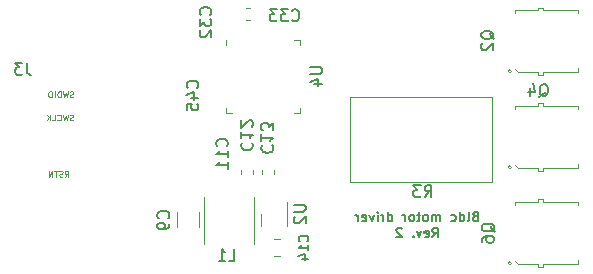
<source format=gbo>
G04 #@! TF.GenerationSoftware,KiCad,Pcbnew,5.1.6*
G04 #@! TF.CreationDate,2020-07-14T15:18:58-04:00*
G04 #@! TF.ProjectId,bldc-controller,626c6463-2d63-46f6-9e74-726f6c6c6572,rev?*
G04 #@! TF.SameCoordinates,Original*
G04 #@! TF.FileFunction,Legend,Bot*
G04 #@! TF.FilePolarity,Positive*
%FSLAX46Y46*%
G04 Gerber Fmt 4.6, Leading zero omitted, Abs format (unit mm)*
G04 Created by KiCad (PCBNEW 5.1.6) date 2020-07-14 15:18:58*
%MOMM*%
%LPD*%
G01*
G04 APERTURE LIST*
%ADD10C,0.100000*%
%ADD11C,0.152400*%
%ADD12C,0.120000*%
%ADD13C,0.150000*%
G04 APERTURE END LIST*
D10*
X30575714Y-115216190D02*
X30742380Y-114978095D01*
X30861428Y-115216190D02*
X30861428Y-114716190D01*
X30670952Y-114716190D01*
X30623333Y-114740000D01*
X30599523Y-114763809D01*
X30575714Y-114811428D01*
X30575714Y-114882857D01*
X30599523Y-114930476D01*
X30623333Y-114954285D01*
X30670952Y-114978095D01*
X30861428Y-114978095D01*
X30385238Y-115192380D02*
X30313809Y-115216190D01*
X30194761Y-115216190D01*
X30147142Y-115192380D01*
X30123333Y-115168571D01*
X30099523Y-115120952D01*
X30099523Y-115073333D01*
X30123333Y-115025714D01*
X30147142Y-115001904D01*
X30194761Y-114978095D01*
X30290000Y-114954285D01*
X30337619Y-114930476D01*
X30361428Y-114906666D01*
X30385238Y-114859047D01*
X30385238Y-114811428D01*
X30361428Y-114763809D01*
X30337619Y-114740000D01*
X30290000Y-114716190D01*
X30170952Y-114716190D01*
X30099523Y-114740000D01*
X29956666Y-114716190D02*
X29670952Y-114716190D01*
X29813809Y-115216190D02*
X29813809Y-114716190D01*
X29504285Y-115216190D02*
X29504285Y-114716190D01*
X29218571Y-115216190D01*
X29218571Y-114716190D01*
X31300952Y-110442380D02*
X31229523Y-110466190D01*
X31110476Y-110466190D01*
X31062857Y-110442380D01*
X31039047Y-110418571D01*
X31015238Y-110370952D01*
X31015238Y-110323333D01*
X31039047Y-110275714D01*
X31062857Y-110251904D01*
X31110476Y-110228095D01*
X31205714Y-110204285D01*
X31253333Y-110180476D01*
X31277142Y-110156666D01*
X31300952Y-110109047D01*
X31300952Y-110061428D01*
X31277142Y-110013809D01*
X31253333Y-109990000D01*
X31205714Y-109966190D01*
X31086666Y-109966190D01*
X31015238Y-109990000D01*
X30848571Y-109966190D02*
X30729523Y-110466190D01*
X30634285Y-110109047D01*
X30539047Y-110466190D01*
X30420000Y-109966190D01*
X29943809Y-110418571D02*
X29967619Y-110442380D01*
X30039047Y-110466190D01*
X30086666Y-110466190D01*
X30158095Y-110442380D01*
X30205714Y-110394761D01*
X30229523Y-110347142D01*
X30253333Y-110251904D01*
X30253333Y-110180476D01*
X30229523Y-110085238D01*
X30205714Y-110037619D01*
X30158095Y-109990000D01*
X30086666Y-109966190D01*
X30039047Y-109966190D01*
X29967619Y-109990000D01*
X29943809Y-110013809D01*
X29491428Y-110466190D02*
X29729523Y-110466190D01*
X29729523Y-109966190D01*
X29324761Y-110466190D02*
X29324761Y-109966190D01*
X29039047Y-110466190D02*
X29253333Y-110180476D01*
X29039047Y-109966190D02*
X29324761Y-110251904D01*
X31299523Y-108482380D02*
X31228095Y-108506190D01*
X31109047Y-108506190D01*
X31061428Y-108482380D01*
X31037619Y-108458571D01*
X31013809Y-108410952D01*
X31013809Y-108363333D01*
X31037619Y-108315714D01*
X31061428Y-108291904D01*
X31109047Y-108268095D01*
X31204285Y-108244285D01*
X31251904Y-108220476D01*
X31275714Y-108196666D01*
X31299523Y-108149047D01*
X31299523Y-108101428D01*
X31275714Y-108053809D01*
X31251904Y-108030000D01*
X31204285Y-108006190D01*
X31085238Y-108006190D01*
X31013809Y-108030000D01*
X30847142Y-108006190D02*
X30728095Y-108506190D01*
X30632857Y-108149047D01*
X30537619Y-108506190D01*
X30418571Y-108006190D01*
X30228095Y-108506190D02*
X30228095Y-108006190D01*
X30109047Y-108006190D01*
X30037619Y-108030000D01*
X29990000Y-108077619D01*
X29966190Y-108125238D01*
X29942380Y-108220476D01*
X29942380Y-108291904D01*
X29966190Y-108387142D01*
X29990000Y-108434761D01*
X30037619Y-108482380D01*
X30109047Y-108506190D01*
X30228095Y-108506190D01*
X29728095Y-108506190D02*
X29728095Y-108006190D01*
X29394761Y-108006190D02*
X29299523Y-108006190D01*
X29251904Y-108030000D01*
X29204285Y-108077619D01*
X29180476Y-108172857D01*
X29180476Y-108339523D01*
X29204285Y-108434761D01*
X29251904Y-108482380D01*
X29299523Y-108506190D01*
X29394761Y-108506190D01*
X29442380Y-108482380D01*
X29490000Y-108434761D01*
X29513809Y-108339523D01*
X29513809Y-108172857D01*
X29490000Y-108077619D01*
X29442380Y-108030000D01*
X29394761Y-108006190D01*
D11*
X65315238Y-118576657D02*
X65200952Y-118614752D01*
X65162857Y-118652847D01*
X65124761Y-118729038D01*
X65124761Y-118843323D01*
X65162857Y-118919514D01*
X65200952Y-118957609D01*
X65277142Y-118995704D01*
X65581904Y-118995704D01*
X65581904Y-118195704D01*
X65315238Y-118195704D01*
X65239047Y-118233800D01*
X65200952Y-118271895D01*
X65162857Y-118348085D01*
X65162857Y-118424276D01*
X65200952Y-118500466D01*
X65239047Y-118538561D01*
X65315238Y-118576657D01*
X65581904Y-118576657D01*
X64667619Y-118995704D02*
X64743809Y-118957609D01*
X64781904Y-118881419D01*
X64781904Y-118195704D01*
X64020000Y-118995704D02*
X64020000Y-118195704D01*
X64020000Y-118957609D02*
X64096190Y-118995704D01*
X64248571Y-118995704D01*
X64324761Y-118957609D01*
X64362857Y-118919514D01*
X64400952Y-118843323D01*
X64400952Y-118614752D01*
X64362857Y-118538561D01*
X64324761Y-118500466D01*
X64248571Y-118462371D01*
X64096190Y-118462371D01*
X64020000Y-118500466D01*
X63296190Y-118957609D02*
X63372380Y-118995704D01*
X63524761Y-118995704D01*
X63600952Y-118957609D01*
X63639047Y-118919514D01*
X63677142Y-118843323D01*
X63677142Y-118614752D01*
X63639047Y-118538561D01*
X63600952Y-118500466D01*
X63524761Y-118462371D01*
X63372380Y-118462371D01*
X63296190Y-118500466D01*
X62343809Y-118995704D02*
X62343809Y-118462371D01*
X62343809Y-118538561D02*
X62305714Y-118500466D01*
X62229523Y-118462371D01*
X62115238Y-118462371D01*
X62039047Y-118500466D01*
X62000952Y-118576657D01*
X62000952Y-118995704D01*
X62000952Y-118576657D02*
X61962857Y-118500466D01*
X61886666Y-118462371D01*
X61772380Y-118462371D01*
X61696190Y-118500466D01*
X61658095Y-118576657D01*
X61658095Y-118995704D01*
X61162857Y-118995704D02*
X61239047Y-118957609D01*
X61277142Y-118919514D01*
X61315238Y-118843323D01*
X61315238Y-118614752D01*
X61277142Y-118538561D01*
X61239047Y-118500466D01*
X61162857Y-118462371D01*
X61048571Y-118462371D01*
X60972380Y-118500466D01*
X60934285Y-118538561D01*
X60896190Y-118614752D01*
X60896190Y-118843323D01*
X60934285Y-118919514D01*
X60972380Y-118957609D01*
X61048571Y-118995704D01*
X61162857Y-118995704D01*
X60667619Y-118462371D02*
X60362857Y-118462371D01*
X60553333Y-118195704D02*
X60553333Y-118881419D01*
X60515238Y-118957609D01*
X60439047Y-118995704D01*
X60362857Y-118995704D01*
X59981904Y-118995704D02*
X60058095Y-118957609D01*
X60096190Y-118919514D01*
X60134285Y-118843323D01*
X60134285Y-118614752D01*
X60096190Y-118538561D01*
X60058095Y-118500466D01*
X59981904Y-118462371D01*
X59867619Y-118462371D01*
X59791428Y-118500466D01*
X59753333Y-118538561D01*
X59715238Y-118614752D01*
X59715238Y-118843323D01*
X59753333Y-118919514D01*
X59791428Y-118957609D01*
X59867619Y-118995704D01*
X59981904Y-118995704D01*
X59372380Y-118995704D02*
X59372380Y-118462371D01*
X59372380Y-118614752D02*
X59334285Y-118538561D01*
X59296190Y-118500466D01*
X59220000Y-118462371D01*
X59143809Y-118462371D01*
X57924761Y-118995704D02*
X57924761Y-118195704D01*
X57924761Y-118957609D02*
X58000952Y-118995704D01*
X58153333Y-118995704D01*
X58229523Y-118957609D01*
X58267619Y-118919514D01*
X58305714Y-118843323D01*
X58305714Y-118614752D01*
X58267619Y-118538561D01*
X58229523Y-118500466D01*
X58153333Y-118462371D01*
X58000952Y-118462371D01*
X57924761Y-118500466D01*
X57543809Y-118995704D02*
X57543809Y-118462371D01*
X57543809Y-118614752D02*
X57505714Y-118538561D01*
X57467619Y-118500466D01*
X57391428Y-118462371D01*
X57315238Y-118462371D01*
X57048571Y-118995704D02*
X57048571Y-118462371D01*
X57048571Y-118195704D02*
X57086666Y-118233800D01*
X57048571Y-118271895D01*
X57010476Y-118233800D01*
X57048571Y-118195704D01*
X57048571Y-118271895D01*
X56743809Y-118462371D02*
X56553333Y-118995704D01*
X56362857Y-118462371D01*
X55753333Y-118957609D02*
X55829523Y-118995704D01*
X55981904Y-118995704D01*
X56058095Y-118957609D01*
X56096190Y-118881419D01*
X56096190Y-118576657D01*
X56058095Y-118500466D01*
X55981904Y-118462371D01*
X55829523Y-118462371D01*
X55753333Y-118500466D01*
X55715238Y-118576657D01*
X55715238Y-118652847D01*
X56096190Y-118729038D01*
X55372380Y-118995704D02*
X55372380Y-118462371D01*
X55372380Y-118614752D02*
X55334285Y-118538561D01*
X55296190Y-118500466D01*
X55220000Y-118462371D01*
X55143809Y-118462371D01*
X61696190Y-120348104D02*
X61962857Y-119967152D01*
X62153333Y-120348104D02*
X62153333Y-119548104D01*
X61848571Y-119548104D01*
X61772380Y-119586200D01*
X61734285Y-119624295D01*
X61696190Y-119700485D01*
X61696190Y-119814771D01*
X61734285Y-119890961D01*
X61772380Y-119929057D01*
X61848571Y-119967152D01*
X62153333Y-119967152D01*
X61048571Y-120310009D02*
X61124761Y-120348104D01*
X61277142Y-120348104D01*
X61353333Y-120310009D01*
X61391428Y-120233819D01*
X61391428Y-119929057D01*
X61353333Y-119852866D01*
X61277142Y-119814771D01*
X61124761Y-119814771D01*
X61048571Y-119852866D01*
X61010476Y-119929057D01*
X61010476Y-120005247D01*
X61391428Y-120081438D01*
X60743809Y-119814771D02*
X60553333Y-120348104D01*
X60362857Y-119814771D01*
X60058095Y-120271914D02*
X60020000Y-120310009D01*
X60058095Y-120348104D01*
X60096190Y-120310009D01*
X60058095Y-120271914D01*
X60058095Y-120348104D01*
X59105714Y-119624295D02*
X59067619Y-119586200D01*
X58991428Y-119548104D01*
X58800952Y-119548104D01*
X58724761Y-119586200D01*
X58686666Y-119624295D01*
X58648571Y-119700485D01*
X58648571Y-119776676D01*
X58686666Y-119890961D01*
X59143809Y-120348104D01*
X58648571Y-120348104D01*
D12*
X44240000Y-109385000D02*
X44240000Y-109860000D01*
X44240000Y-109860000D02*
X44715000Y-109860000D01*
X50460000Y-104115000D02*
X50460000Y-103640000D01*
X50460000Y-103640000D02*
X49985000Y-103640000D01*
X50460000Y-109385000D02*
X50460000Y-109860000D01*
X50460000Y-109860000D02*
X49985000Y-109860000D01*
X44240000Y-104115000D02*
X44240000Y-103640000D01*
X49374000Y-117394000D02*
X49374000Y-119394000D01*
X47174000Y-118394000D02*
X47174000Y-119394000D01*
X66740000Y-108466000D02*
X54740000Y-108466000D01*
X54740000Y-108466000D02*
X54740000Y-115666000D01*
X54740000Y-115666000D02*
X66740000Y-115666000D01*
X66740000Y-115666000D02*
X66740000Y-108466000D01*
X68391421Y-122550000D02*
G75*
G03*
X68391421Y-122550000I-141421J0D01*
G01*
X74050000Y-122250000D02*
X74050000Y-122650000D01*
X70650000Y-122650000D02*
X68950000Y-122650000D01*
X68950000Y-122650000D02*
X68650000Y-122350000D01*
X70650000Y-117350000D02*
X68650000Y-117350000D01*
X68650000Y-117650000D02*
X68650000Y-117350000D01*
X74050000Y-117350000D02*
X74050000Y-117650000D01*
X71050000Y-117350000D02*
X71050000Y-117150000D01*
X71050000Y-117150000D02*
X70650000Y-117150000D01*
X70650000Y-117150000D02*
X70650000Y-117350000D01*
X71050000Y-122650000D02*
X71050000Y-122850000D01*
X71050000Y-122850000D02*
X70650000Y-122850000D01*
X70650000Y-122850000D02*
X70650000Y-122650000D01*
X71050000Y-122650000D02*
X74050000Y-122650000D01*
X71050000Y-117350000D02*
X74050000Y-117350000D01*
X68391421Y-114412000D02*
G75*
G03*
X68391421Y-114412000I-141421J0D01*
G01*
X74050000Y-114112000D02*
X74050000Y-114512000D01*
X70650000Y-114512000D02*
X68950000Y-114512000D01*
X68950000Y-114512000D02*
X68650000Y-114212000D01*
X70650000Y-109212000D02*
X68650000Y-109212000D01*
X68650000Y-109512000D02*
X68650000Y-109212000D01*
X74050000Y-109212000D02*
X74050000Y-109512000D01*
X71050000Y-109212000D02*
X71050000Y-109012000D01*
X71050000Y-109012000D02*
X70650000Y-109012000D01*
X70650000Y-109012000D02*
X70650000Y-109212000D01*
X71050000Y-114512000D02*
X71050000Y-114712000D01*
X71050000Y-114712000D02*
X70650000Y-114712000D01*
X70650000Y-114712000D02*
X70650000Y-114512000D01*
X71050000Y-114512000D02*
X74050000Y-114512000D01*
X71050000Y-109212000D02*
X74050000Y-109212000D01*
X68391421Y-106300000D02*
G75*
G03*
X68391421Y-106300000I-141421J0D01*
G01*
X74050000Y-106000000D02*
X74050000Y-106400000D01*
X70650000Y-106400000D02*
X68950000Y-106400000D01*
X68950000Y-106400000D02*
X68650000Y-106100000D01*
X70650000Y-101100000D02*
X68650000Y-101100000D01*
X68650000Y-101400000D02*
X68650000Y-101100000D01*
X74050000Y-101100000D02*
X74050000Y-101400000D01*
X71050000Y-101100000D02*
X71050000Y-100900000D01*
X71050000Y-100900000D02*
X70650000Y-100900000D01*
X70650000Y-100900000D02*
X70650000Y-101100000D01*
X71050000Y-106400000D02*
X71050000Y-106600000D01*
X71050000Y-106600000D02*
X70650000Y-106600000D01*
X70650000Y-106600000D02*
X70650000Y-106400000D01*
X71050000Y-106400000D02*
X74050000Y-106400000D01*
X71050000Y-101100000D02*
X74050000Y-101100000D01*
X42364000Y-116902000D02*
X42364000Y-120902000D01*
X46564000Y-116902000D02*
X46564000Y-120902000D01*
X45949721Y-101960000D02*
X46275279Y-101960000D01*
X45949721Y-100940000D02*
X46275279Y-100940000D01*
X48276000Y-115000779D02*
X48276000Y-114675221D01*
X47256000Y-115000779D02*
X47256000Y-114675221D01*
X46498000Y-115000779D02*
X46498000Y-114675221D01*
X45478000Y-115000779D02*
X45478000Y-114675221D01*
X48269422Y-121898000D02*
X48786578Y-121898000D01*
X48269422Y-120478000D02*
X48786578Y-120478000D01*
X41910000Y-119452064D02*
X41910000Y-118247936D01*
X40090000Y-119452064D02*
X40090000Y-118247936D01*
D13*
X27353333Y-105592380D02*
X27353333Y-106306666D01*
X27400952Y-106449523D01*
X27496190Y-106544761D01*
X27639047Y-106592380D01*
X27734285Y-106592380D01*
X26972380Y-105592380D02*
X26353333Y-105592380D01*
X26686666Y-105973333D01*
X26543809Y-105973333D01*
X26448571Y-106020952D01*
X26400952Y-106068571D01*
X26353333Y-106163809D01*
X26353333Y-106401904D01*
X26400952Y-106497142D01*
X26448571Y-106544761D01*
X26543809Y-106592380D01*
X26829523Y-106592380D01*
X26924761Y-106544761D01*
X26972380Y-106497142D01*
X51342380Y-105938095D02*
X52151904Y-105938095D01*
X52247142Y-105985714D01*
X52294761Y-106033333D01*
X52342380Y-106128571D01*
X52342380Y-106319047D01*
X52294761Y-106414285D01*
X52247142Y-106461904D01*
X52151904Y-106509523D01*
X51342380Y-106509523D01*
X51675714Y-107414285D02*
X52342380Y-107414285D01*
X51294761Y-107176190D02*
X52009047Y-106938095D01*
X52009047Y-107557142D01*
X49952380Y-117608095D02*
X50761904Y-117608095D01*
X50857142Y-117655714D01*
X50904761Y-117703333D01*
X50952380Y-117798571D01*
X50952380Y-117989047D01*
X50904761Y-118084285D01*
X50857142Y-118131904D01*
X50761904Y-118179523D01*
X49952380Y-118179523D01*
X50047619Y-118608095D02*
X50000000Y-118655714D01*
X49952380Y-118750952D01*
X49952380Y-118989047D01*
X50000000Y-119084285D01*
X50047619Y-119131904D01*
X50142857Y-119179523D01*
X50238095Y-119179523D01*
X50380952Y-119131904D01*
X50952380Y-118560476D01*
X50952380Y-119179523D01*
X61041666Y-116952380D02*
X61375000Y-116476190D01*
X61613095Y-116952380D02*
X61613095Y-115952380D01*
X61232142Y-115952380D01*
X61136904Y-116000000D01*
X61089285Y-116047619D01*
X61041666Y-116142857D01*
X61041666Y-116285714D01*
X61089285Y-116380952D01*
X61136904Y-116428571D01*
X61232142Y-116476190D01*
X61613095Y-116476190D01*
X60708333Y-115952380D02*
X60089285Y-115952380D01*
X60422619Y-116333333D01*
X60279761Y-116333333D01*
X60184523Y-116380952D01*
X60136904Y-116428571D01*
X60089285Y-116523809D01*
X60089285Y-116761904D01*
X60136904Y-116857142D01*
X60184523Y-116904761D01*
X60279761Y-116952380D01*
X60565476Y-116952380D01*
X60660714Y-116904761D01*
X60708333Y-116857142D01*
X66972619Y-119904761D02*
X66925000Y-119809523D01*
X66829761Y-119714285D01*
X66686904Y-119571428D01*
X66639285Y-119476190D01*
X66639285Y-119380952D01*
X66877380Y-119428571D02*
X66829761Y-119333333D01*
X66734523Y-119238095D01*
X66544047Y-119190476D01*
X66210714Y-119190476D01*
X66020238Y-119238095D01*
X65925000Y-119333333D01*
X65877380Y-119428571D01*
X65877380Y-119619047D01*
X65925000Y-119714285D01*
X66020238Y-119809523D01*
X66210714Y-119857142D01*
X66544047Y-119857142D01*
X66734523Y-119809523D01*
X66829761Y-119714285D01*
X66877380Y-119619047D01*
X66877380Y-119428571D01*
X65877380Y-120714285D02*
X65877380Y-120523809D01*
X65925000Y-120428571D01*
X65972619Y-120380952D01*
X66115476Y-120285714D01*
X66305952Y-120238095D01*
X66686904Y-120238095D01*
X66782142Y-120285714D01*
X66829761Y-120333333D01*
X66877380Y-120428571D01*
X66877380Y-120619047D01*
X66829761Y-120714285D01*
X66782142Y-120761904D01*
X66686904Y-120809523D01*
X66448809Y-120809523D01*
X66353571Y-120761904D01*
X66305952Y-120714285D01*
X66258333Y-120619047D01*
X66258333Y-120428571D01*
X66305952Y-120333333D01*
X66353571Y-120285714D01*
X66448809Y-120238095D01*
X70745238Y-108472619D02*
X70840476Y-108425000D01*
X70935714Y-108329761D01*
X71078571Y-108186904D01*
X71173809Y-108139285D01*
X71269047Y-108139285D01*
X71221428Y-108377380D02*
X71316666Y-108329761D01*
X71411904Y-108234523D01*
X71459523Y-108044047D01*
X71459523Y-107710714D01*
X71411904Y-107520238D01*
X71316666Y-107425000D01*
X71221428Y-107377380D01*
X71030952Y-107377380D01*
X70935714Y-107425000D01*
X70840476Y-107520238D01*
X70792857Y-107710714D01*
X70792857Y-108044047D01*
X70840476Y-108234523D01*
X70935714Y-108329761D01*
X71030952Y-108377380D01*
X71221428Y-108377380D01*
X69935714Y-107710714D02*
X69935714Y-108377380D01*
X70173809Y-107329761D02*
X70411904Y-108044047D01*
X69792857Y-108044047D01*
X66897619Y-103604761D02*
X66850000Y-103509523D01*
X66754761Y-103414285D01*
X66611904Y-103271428D01*
X66564285Y-103176190D01*
X66564285Y-103080952D01*
X66802380Y-103128571D02*
X66754761Y-103033333D01*
X66659523Y-102938095D01*
X66469047Y-102890476D01*
X66135714Y-102890476D01*
X65945238Y-102938095D01*
X65850000Y-103033333D01*
X65802380Y-103128571D01*
X65802380Y-103319047D01*
X65850000Y-103414285D01*
X65945238Y-103509523D01*
X66135714Y-103557142D01*
X66469047Y-103557142D01*
X66659523Y-103509523D01*
X66754761Y-103414285D01*
X66802380Y-103319047D01*
X66802380Y-103128571D01*
X65897619Y-103938095D02*
X65850000Y-103985714D01*
X65802380Y-104080952D01*
X65802380Y-104319047D01*
X65850000Y-104414285D01*
X65897619Y-104461904D01*
X65992857Y-104509523D01*
X66088095Y-104509523D01*
X66230952Y-104461904D01*
X66802380Y-103890476D01*
X66802380Y-104509523D01*
X44456666Y-122322380D02*
X44932857Y-122322380D01*
X44932857Y-121322380D01*
X43599523Y-122322380D02*
X44170952Y-122322380D01*
X43885238Y-122322380D02*
X43885238Y-121322380D01*
X43980476Y-121465238D01*
X44075714Y-121560476D01*
X44170952Y-121608095D01*
X41787142Y-107707142D02*
X41834761Y-107659523D01*
X41882380Y-107516666D01*
X41882380Y-107421428D01*
X41834761Y-107278571D01*
X41739523Y-107183333D01*
X41644285Y-107135714D01*
X41453809Y-107088095D01*
X41310952Y-107088095D01*
X41120476Y-107135714D01*
X41025238Y-107183333D01*
X40930000Y-107278571D01*
X40882380Y-107421428D01*
X40882380Y-107516666D01*
X40930000Y-107659523D01*
X40977619Y-107707142D01*
X41215714Y-108564285D02*
X41882380Y-108564285D01*
X40834761Y-108326190D02*
X41549047Y-108088095D01*
X41549047Y-108707142D01*
X40882380Y-109564285D02*
X40882380Y-109088095D01*
X41358571Y-109040476D01*
X41310952Y-109088095D01*
X41263333Y-109183333D01*
X41263333Y-109421428D01*
X41310952Y-109516666D01*
X41358571Y-109564285D01*
X41453809Y-109611904D01*
X41691904Y-109611904D01*
X41787142Y-109564285D01*
X41834761Y-109516666D01*
X41882380Y-109421428D01*
X41882380Y-109183333D01*
X41834761Y-109088095D01*
X41787142Y-109040476D01*
X49812857Y-101967142D02*
X49860476Y-102014761D01*
X50003333Y-102062380D01*
X50098571Y-102062380D01*
X50241428Y-102014761D01*
X50336666Y-101919523D01*
X50384285Y-101824285D01*
X50431904Y-101633809D01*
X50431904Y-101490952D01*
X50384285Y-101300476D01*
X50336666Y-101205238D01*
X50241428Y-101110000D01*
X50098571Y-101062380D01*
X50003333Y-101062380D01*
X49860476Y-101110000D01*
X49812857Y-101157619D01*
X49479523Y-101062380D02*
X48860476Y-101062380D01*
X49193809Y-101443333D01*
X49050952Y-101443333D01*
X48955714Y-101490952D01*
X48908095Y-101538571D01*
X48860476Y-101633809D01*
X48860476Y-101871904D01*
X48908095Y-101967142D01*
X48955714Y-102014761D01*
X49050952Y-102062380D01*
X49336666Y-102062380D01*
X49431904Y-102014761D01*
X49479523Y-101967142D01*
X48527142Y-101062380D02*
X47908095Y-101062380D01*
X48241428Y-101443333D01*
X48098571Y-101443333D01*
X48003333Y-101490952D01*
X47955714Y-101538571D01*
X47908095Y-101633809D01*
X47908095Y-101871904D01*
X47955714Y-101967142D01*
X48003333Y-102014761D01*
X48098571Y-102062380D01*
X48384285Y-102062380D01*
X48479523Y-102014761D01*
X48527142Y-101967142D01*
X42887142Y-101507142D02*
X42934761Y-101459523D01*
X42982380Y-101316666D01*
X42982380Y-101221428D01*
X42934761Y-101078571D01*
X42839523Y-100983333D01*
X42744285Y-100935714D01*
X42553809Y-100888095D01*
X42410952Y-100888095D01*
X42220476Y-100935714D01*
X42125238Y-100983333D01*
X42030000Y-101078571D01*
X41982380Y-101221428D01*
X41982380Y-101316666D01*
X42030000Y-101459523D01*
X42077619Y-101507142D01*
X41982380Y-101840476D02*
X41982380Y-102459523D01*
X42363333Y-102126190D01*
X42363333Y-102269047D01*
X42410952Y-102364285D01*
X42458571Y-102411904D01*
X42553809Y-102459523D01*
X42791904Y-102459523D01*
X42887142Y-102411904D01*
X42934761Y-102364285D01*
X42982380Y-102269047D01*
X42982380Y-101983333D01*
X42934761Y-101888095D01*
X42887142Y-101840476D01*
X42077619Y-102840476D02*
X42030000Y-102888095D01*
X41982380Y-102983333D01*
X41982380Y-103221428D01*
X42030000Y-103316666D01*
X42077619Y-103364285D01*
X42172857Y-103411904D01*
X42268095Y-103411904D01*
X42410952Y-103364285D01*
X42982380Y-102792857D01*
X42982380Y-103411904D01*
X47312857Y-112572857D02*
X47265238Y-112620476D01*
X47217619Y-112763333D01*
X47217619Y-112858571D01*
X47265238Y-113001428D01*
X47360476Y-113096666D01*
X47455714Y-113144285D01*
X47646190Y-113191904D01*
X47789047Y-113191904D01*
X47979523Y-113144285D01*
X48074761Y-113096666D01*
X48170000Y-113001428D01*
X48217619Y-112858571D01*
X48217619Y-112763333D01*
X48170000Y-112620476D01*
X48122380Y-112572857D01*
X47217619Y-111620476D02*
X47217619Y-112191904D01*
X47217619Y-111906190D02*
X48217619Y-111906190D01*
X48074761Y-112001428D01*
X47979523Y-112096666D01*
X47931904Y-112191904D01*
X48217619Y-111287142D02*
X48217619Y-110668095D01*
X47836666Y-111001428D01*
X47836666Y-110858571D01*
X47789047Y-110763333D01*
X47741428Y-110715714D01*
X47646190Y-110668095D01*
X47408095Y-110668095D01*
X47312857Y-110715714D01*
X47265238Y-110763333D01*
X47217619Y-110858571D01*
X47217619Y-111144285D01*
X47265238Y-111239523D01*
X47312857Y-111287142D01*
X45602857Y-112352857D02*
X45555238Y-112400476D01*
X45507619Y-112543333D01*
X45507619Y-112638571D01*
X45555238Y-112781428D01*
X45650476Y-112876666D01*
X45745714Y-112924285D01*
X45936190Y-112971904D01*
X46079047Y-112971904D01*
X46269523Y-112924285D01*
X46364761Y-112876666D01*
X46460000Y-112781428D01*
X46507619Y-112638571D01*
X46507619Y-112543333D01*
X46460000Y-112400476D01*
X46412380Y-112352857D01*
X45507619Y-111400476D02*
X45507619Y-111971904D01*
X45507619Y-111686190D02*
X46507619Y-111686190D01*
X46364761Y-111781428D01*
X46269523Y-111876666D01*
X46221904Y-111971904D01*
X46412380Y-111019523D02*
X46460000Y-110971904D01*
X46507619Y-110876666D01*
X46507619Y-110638571D01*
X46460000Y-110543333D01*
X46412380Y-110495714D01*
X46317142Y-110448095D01*
X46221904Y-110448095D01*
X46079047Y-110495714D01*
X45507619Y-111067142D01*
X45507619Y-110448095D01*
X51105714Y-120705714D02*
X51143809Y-120667619D01*
X51181904Y-120553333D01*
X51181904Y-120477142D01*
X51143809Y-120362857D01*
X51067619Y-120286666D01*
X50991428Y-120248571D01*
X50839047Y-120210476D01*
X50724761Y-120210476D01*
X50572380Y-120248571D01*
X50496190Y-120286666D01*
X50420000Y-120362857D01*
X50381904Y-120477142D01*
X50381904Y-120553333D01*
X50420000Y-120667619D01*
X50458095Y-120705714D01*
X51181904Y-121467619D02*
X51181904Y-121010476D01*
X51181904Y-121239047D02*
X50381904Y-121239047D01*
X50496190Y-121162857D01*
X50572380Y-121086666D01*
X50610476Y-121010476D01*
X50648571Y-122153333D02*
X51181904Y-122153333D01*
X50343809Y-121962857D02*
X50915238Y-121772380D01*
X50915238Y-122267619D01*
X44282142Y-112632142D02*
X44329761Y-112584523D01*
X44377380Y-112441666D01*
X44377380Y-112346428D01*
X44329761Y-112203571D01*
X44234523Y-112108333D01*
X44139285Y-112060714D01*
X43948809Y-112013095D01*
X43805952Y-112013095D01*
X43615476Y-112060714D01*
X43520238Y-112108333D01*
X43425000Y-112203571D01*
X43377380Y-112346428D01*
X43377380Y-112441666D01*
X43425000Y-112584523D01*
X43472619Y-112632142D01*
X44377380Y-113584523D02*
X44377380Y-113013095D01*
X44377380Y-113298809D02*
X43377380Y-113298809D01*
X43520238Y-113203571D01*
X43615476Y-113108333D01*
X43663095Y-113013095D01*
X44377380Y-114536904D02*
X44377380Y-113965476D01*
X44377380Y-114251190D02*
X43377380Y-114251190D01*
X43520238Y-114155952D01*
X43615476Y-114060714D01*
X43663095Y-113965476D01*
X39317142Y-118733333D02*
X39364761Y-118685714D01*
X39412380Y-118542857D01*
X39412380Y-118447619D01*
X39364761Y-118304761D01*
X39269523Y-118209523D01*
X39174285Y-118161904D01*
X38983809Y-118114285D01*
X38840952Y-118114285D01*
X38650476Y-118161904D01*
X38555238Y-118209523D01*
X38460000Y-118304761D01*
X38412380Y-118447619D01*
X38412380Y-118542857D01*
X38460000Y-118685714D01*
X38507619Y-118733333D01*
X39412380Y-119209523D02*
X39412380Y-119400000D01*
X39364761Y-119495238D01*
X39317142Y-119542857D01*
X39174285Y-119638095D01*
X38983809Y-119685714D01*
X38602857Y-119685714D01*
X38507619Y-119638095D01*
X38460000Y-119590476D01*
X38412380Y-119495238D01*
X38412380Y-119304761D01*
X38460000Y-119209523D01*
X38507619Y-119161904D01*
X38602857Y-119114285D01*
X38840952Y-119114285D01*
X38936190Y-119161904D01*
X38983809Y-119209523D01*
X39031428Y-119304761D01*
X39031428Y-119495238D01*
X38983809Y-119590476D01*
X38936190Y-119638095D01*
X38840952Y-119685714D01*
M02*

</source>
